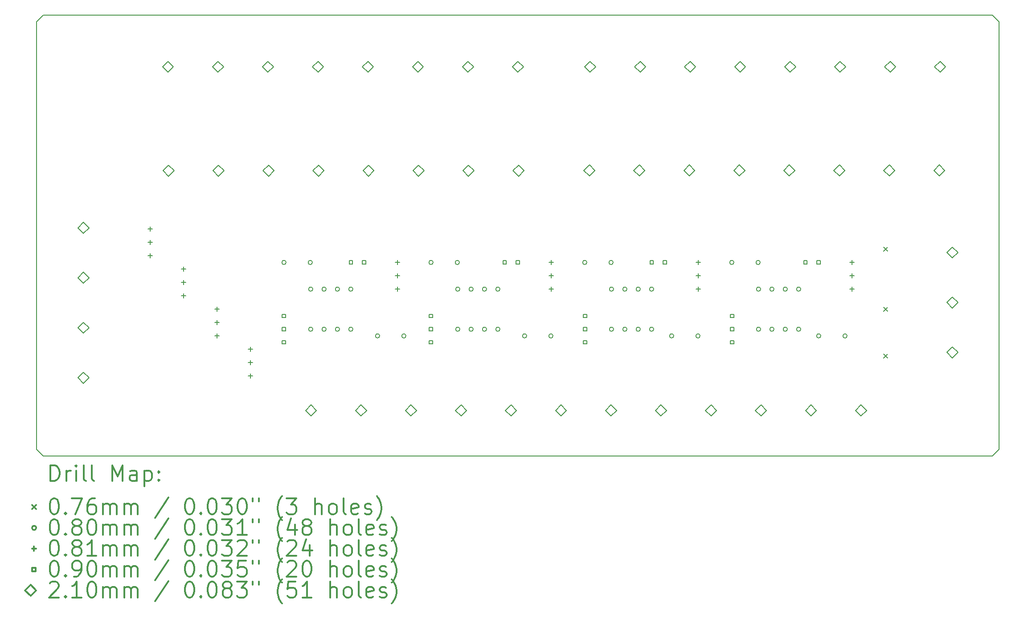
<source format=gbr>
%FSLAX45Y45*%
G04 Gerber Fmt 4.5, Leading zero omitted, Abs format (unit mm)*
G04 Created by KiCad (PCBNEW 4.0.5) date 01/24/17 09:23:29*
%MOMM*%
%LPD*%
G01*
G04 APERTURE LIST*
%ADD10C,0.127000*%
%ADD11C,0.150000*%
%ADD12C,0.200000*%
%ADD13C,0.300000*%
G04 APERTURE END LIST*
D10*
D11*
X22352000Y-3048000D02*
X22352000Y-4826000D01*
X22225000Y-2921000D02*
X22352000Y-3048000D01*
X4191000Y-2921000D02*
X22225000Y-2921000D01*
X4064000Y-3048000D02*
X4191000Y-2921000D01*
X4064000Y-11176000D02*
X4064000Y-3048000D01*
X4191000Y-11303000D02*
X4064000Y-11176000D01*
X22225000Y-11303000D02*
X4191000Y-11303000D01*
X22352000Y-11176000D02*
X22225000Y-11303000D01*
X22352000Y-4826000D02*
X22352000Y-11176000D01*
D12*
X20154900Y-7327900D02*
X20231100Y-7404100D01*
X20231100Y-7327900D02*
X20154900Y-7404100D01*
X20154900Y-8470900D02*
X20231100Y-8547100D01*
X20231100Y-8470900D02*
X20154900Y-8547100D01*
X20154900Y-9359900D02*
X20231100Y-9436100D01*
X20231100Y-9359900D02*
X20154900Y-9436100D01*
X8803000Y-7620000D02*
G75*
G03X8803000Y-7620000I-40000J0D01*
G01*
X9303000Y-7620000D02*
G75*
G03X9303000Y-7620000I-40000J0D01*
G01*
X9311000Y-8128000D02*
G75*
G03X9311000Y-8128000I-40000J0D01*
G01*
X9311000Y-8890000D02*
G75*
G03X9311000Y-8890000I-40000J0D01*
G01*
X9565000Y-8128000D02*
G75*
G03X9565000Y-8128000I-40000J0D01*
G01*
X9565000Y-8890000D02*
G75*
G03X9565000Y-8890000I-40000J0D01*
G01*
X9819000Y-8128000D02*
G75*
G03X9819000Y-8128000I-40000J0D01*
G01*
X9819000Y-8890000D02*
G75*
G03X9819000Y-8890000I-40000J0D01*
G01*
X10073000Y-8128000D02*
G75*
G03X10073000Y-8128000I-40000J0D01*
G01*
X10073000Y-8890000D02*
G75*
G03X10073000Y-8890000I-40000J0D01*
G01*
X10581000Y-9017000D02*
G75*
G03X10581000Y-9017000I-40000J0D01*
G01*
X11081000Y-9017000D02*
G75*
G03X11081000Y-9017000I-40000J0D01*
G01*
X11597000Y-7620000D02*
G75*
G03X11597000Y-7620000I-40000J0D01*
G01*
X12097000Y-7620000D02*
G75*
G03X12097000Y-7620000I-40000J0D01*
G01*
X12105000Y-8128000D02*
G75*
G03X12105000Y-8128000I-40000J0D01*
G01*
X12105000Y-8890000D02*
G75*
G03X12105000Y-8890000I-40000J0D01*
G01*
X12359000Y-8128000D02*
G75*
G03X12359000Y-8128000I-40000J0D01*
G01*
X12359000Y-8890000D02*
G75*
G03X12359000Y-8890000I-40000J0D01*
G01*
X12613000Y-8128000D02*
G75*
G03X12613000Y-8128000I-40000J0D01*
G01*
X12613000Y-8890000D02*
G75*
G03X12613000Y-8890000I-40000J0D01*
G01*
X12867000Y-8128000D02*
G75*
G03X12867000Y-8128000I-40000J0D01*
G01*
X12867000Y-8890000D02*
G75*
G03X12867000Y-8890000I-40000J0D01*
G01*
X13375000Y-9017000D02*
G75*
G03X13375000Y-9017000I-40000J0D01*
G01*
X13875000Y-9017000D02*
G75*
G03X13875000Y-9017000I-40000J0D01*
G01*
X14518000Y-7620000D02*
G75*
G03X14518000Y-7620000I-40000J0D01*
G01*
X15018000Y-7620000D02*
G75*
G03X15018000Y-7620000I-40000J0D01*
G01*
X15026000Y-8128000D02*
G75*
G03X15026000Y-8128000I-40000J0D01*
G01*
X15026000Y-8890000D02*
G75*
G03X15026000Y-8890000I-40000J0D01*
G01*
X15280000Y-8128000D02*
G75*
G03X15280000Y-8128000I-40000J0D01*
G01*
X15280000Y-8890000D02*
G75*
G03X15280000Y-8890000I-40000J0D01*
G01*
X15534000Y-8128000D02*
G75*
G03X15534000Y-8128000I-40000J0D01*
G01*
X15534000Y-8890000D02*
G75*
G03X15534000Y-8890000I-40000J0D01*
G01*
X15788000Y-8128000D02*
G75*
G03X15788000Y-8128000I-40000J0D01*
G01*
X15788000Y-8890000D02*
G75*
G03X15788000Y-8890000I-40000J0D01*
G01*
X16169000Y-9017000D02*
G75*
G03X16169000Y-9017000I-40000J0D01*
G01*
X16669000Y-9017000D02*
G75*
G03X16669000Y-9017000I-40000J0D01*
G01*
X17312000Y-7620000D02*
G75*
G03X17312000Y-7620000I-40000J0D01*
G01*
X17812000Y-7620000D02*
G75*
G03X17812000Y-7620000I-40000J0D01*
G01*
X17820000Y-8128000D02*
G75*
G03X17820000Y-8128000I-40000J0D01*
G01*
X17820000Y-8890000D02*
G75*
G03X17820000Y-8890000I-40000J0D01*
G01*
X18074000Y-8128000D02*
G75*
G03X18074000Y-8128000I-40000J0D01*
G01*
X18074000Y-8890000D02*
G75*
G03X18074000Y-8890000I-40000J0D01*
G01*
X18328000Y-8128000D02*
G75*
G03X18328000Y-8128000I-40000J0D01*
G01*
X18328000Y-8890000D02*
G75*
G03X18328000Y-8890000I-40000J0D01*
G01*
X18582000Y-8128000D02*
G75*
G03X18582000Y-8128000I-40000J0D01*
G01*
X18582000Y-8890000D02*
G75*
G03X18582000Y-8890000I-40000J0D01*
G01*
X18963000Y-9017000D02*
G75*
G03X18963000Y-9017000I-40000J0D01*
G01*
X19463000Y-9017000D02*
G75*
G03X19463000Y-9017000I-40000J0D01*
G01*
X6223000Y-6944360D02*
X6223000Y-7025640D01*
X6182360Y-6985000D02*
X6263640Y-6985000D01*
X6223000Y-7198360D02*
X6223000Y-7279640D01*
X6182360Y-7239000D02*
X6263640Y-7239000D01*
X6223000Y-7452360D02*
X6223000Y-7533640D01*
X6182360Y-7493000D02*
X6263640Y-7493000D01*
X6858000Y-7706360D02*
X6858000Y-7787640D01*
X6817360Y-7747000D02*
X6898640Y-7747000D01*
X6858000Y-7960360D02*
X6858000Y-8041640D01*
X6817360Y-8001000D02*
X6898640Y-8001000D01*
X6858000Y-8214360D02*
X6858000Y-8295640D01*
X6817360Y-8255000D02*
X6898640Y-8255000D01*
X7493000Y-8468360D02*
X7493000Y-8549640D01*
X7452360Y-8509000D02*
X7533640Y-8509000D01*
X7493000Y-8722360D02*
X7493000Y-8803640D01*
X7452360Y-8763000D02*
X7533640Y-8763000D01*
X7493000Y-8976360D02*
X7493000Y-9057640D01*
X7452360Y-9017000D02*
X7533640Y-9017000D01*
X8128000Y-9230360D02*
X8128000Y-9311640D01*
X8087360Y-9271000D02*
X8168640Y-9271000D01*
X8128000Y-9484360D02*
X8128000Y-9565640D01*
X8087360Y-9525000D02*
X8168640Y-9525000D01*
X8128000Y-9738360D02*
X8128000Y-9819640D01*
X8087360Y-9779000D02*
X8168640Y-9779000D01*
X10922000Y-7579360D02*
X10922000Y-7660640D01*
X10881360Y-7620000D02*
X10962640Y-7620000D01*
X10922000Y-7833360D02*
X10922000Y-7914640D01*
X10881360Y-7874000D02*
X10962640Y-7874000D01*
X10922000Y-8087360D02*
X10922000Y-8168640D01*
X10881360Y-8128000D02*
X10962640Y-8128000D01*
X13843000Y-7579360D02*
X13843000Y-7660640D01*
X13802360Y-7620000D02*
X13883640Y-7620000D01*
X13843000Y-7833360D02*
X13843000Y-7914640D01*
X13802360Y-7874000D02*
X13883640Y-7874000D01*
X13843000Y-8087360D02*
X13843000Y-8168640D01*
X13802360Y-8128000D02*
X13883640Y-8128000D01*
X16637000Y-7579360D02*
X16637000Y-7660640D01*
X16596360Y-7620000D02*
X16677640Y-7620000D01*
X16637000Y-7833360D02*
X16637000Y-7914640D01*
X16596360Y-7874000D02*
X16677640Y-7874000D01*
X16637000Y-8087360D02*
X16637000Y-8168640D01*
X16596360Y-8128000D02*
X16677640Y-8128000D01*
X19558000Y-7579360D02*
X19558000Y-7660640D01*
X19517360Y-7620000D02*
X19598640Y-7620000D01*
X19558000Y-7833360D02*
X19558000Y-7914640D01*
X19517360Y-7874000D02*
X19598640Y-7874000D01*
X19558000Y-8087360D02*
X19558000Y-8168640D01*
X19517360Y-8128000D02*
X19598640Y-8128000D01*
X8794820Y-8670740D02*
X8794820Y-8607100D01*
X8731180Y-8607100D01*
X8731180Y-8670740D01*
X8794820Y-8670740D01*
X8794820Y-8920740D02*
X8794820Y-8857100D01*
X8731180Y-8857100D01*
X8731180Y-8920740D01*
X8794820Y-8920740D01*
X8794820Y-9170740D02*
X8794820Y-9107100D01*
X8731180Y-9107100D01*
X8731180Y-9170740D01*
X8794820Y-9170740D01*
X10068820Y-7651820D02*
X10068820Y-7588180D01*
X10005180Y-7588180D01*
X10005180Y-7651820D01*
X10068820Y-7651820D01*
X10318820Y-7651820D02*
X10318820Y-7588180D01*
X10255180Y-7588180D01*
X10255180Y-7651820D01*
X10318820Y-7651820D01*
X11588820Y-8670740D02*
X11588820Y-8607100D01*
X11525180Y-8607100D01*
X11525180Y-8670740D01*
X11588820Y-8670740D01*
X11588820Y-8920740D02*
X11588820Y-8857100D01*
X11525180Y-8857100D01*
X11525180Y-8920740D01*
X11588820Y-8920740D01*
X11588820Y-9170740D02*
X11588820Y-9107100D01*
X11525180Y-9107100D01*
X11525180Y-9170740D01*
X11588820Y-9170740D01*
X12989820Y-7651820D02*
X12989820Y-7588180D01*
X12926180Y-7588180D01*
X12926180Y-7651820D01*
X12989820Y-7651820D01*
X13239820Y-7651820D02*
X13239820Y-7588180D01*
X13176180Y-7588180D01*
X13176180Y-7651820D01*
X13239820Y-7651820D01*
X14514900Y-8670740D02*
X14514900Y-8607100D01*
X14451260Y-8607100D01*
X14451260Y-8670740D01*
X14514900Y-8670740D01*
X14514900Y-8920740D02*
X14514900Y-8857100D01*
X14451260Y-8857100D01*
X14451260Y-8920740D01*
X14514900Y-8920740D01*
X14514900Y-9170740D02*
X14514900Y-9107100D01*
X14451260Y-9107100D01*
X14451260Y-9170740D01*
X14514900Y-9170740D01*
X15783820Y-7651820D02*
X15783820Y-7588180D01*
X15720180Y-7588180D01*
X15720180Y-7651820D01*
X15783820Y-7651820D01*
X16033820Y-7651820D02*
X16033820Y-7588180D01*
X15970180Y-7588180D01*
X15970180Y-7651820D01*
X16033820Y-7651820D01*
X17308900Y-8670740D02*
X17308900Y-8607100D01*
X17245260Y-8607100D01*
X17245260Y-8670740D01*
X17308900Y-8670740D01*
X17308900Y-8920740D02*
X17308900Y-8857100D01*
X17245260Y-8857100D01*
X17245260Y-8920740D01*
X17308900Y-8920740D01*
X17308900Y-9170740D02*
X17308900Y-9107100D01*
X17245260Y-9107100D01*
X17245260Y-9170740D01*
X17308900Y-9170740D01*
X18704820Y-7651820D02*
X18704820Y-7588180D01*
X18641180Y-7588180D01*
X18641180Y-7651820D01*
X18704820Y-7651820D01*
X18954820Y-7651820D02*
X18954820Y-7588180D01*
X18891180Y-7588180D01*
X18891180Y-7651820D01*
X18954820Y-7651820D01*
X4953000Y-7067000D02*
X5058000Y-6962000D01*
X4953000Y-6857000D01*
X4848000Y-6962000D01*
X4953000Y-7067000D01*
X4953000Y-8017000D02*
X5058000Y-7912000D01*
X4953000Y-7807000D01*
X4848000Y-7912000D01*
X4953000Y-8017000D01*
X4953000Y-8967000D02*
X5058000Y-8862000D01*
X4953000Y-8757000D01*
X4848000Y-8862000D01*
X4953000Y-8967000D01*
X4953000Y-9917000D02*
X5058000Y-9812000D01*
X4953000Y-9707000D01*
X4848000Y-9812000D01*
X4953000Y-9917000D01*
X6560680Y-4006440D02*
X6665680Y-3901440D01*
X6560680Y-3796440D01*
X6455680Y-3901440D01*
X6560680Y-4006440D01*
X6570840Y-5982560D02*
X6675840Y-5877560D01*
X6570840Y-5772560D01*
X6465840Y-5877560D01*
X6570840Y-5982560D01*
X7510680Y-4006440D02*
X7615680Y-3901440D01*
X7510680Y-3796440D01*
X7405680Y-3901440D01*
X7510680Y-4006440D01*
X7520840Y-5982560D02*
X7625840Y-5877560D01*
X7520840Y-5772560D01*
X7415840Y-5877560D01*
X7520840Y-5982560D01*
X8460680Y-4006440D02*
X8565680Y-3901440D01*
X8460680Y-3796440D01*
X8355680Y-3901440D01*
X8460680Y-4006440D01*
X8470840Y-5982560D02*
X8575840Y-5877560D01*
X8470840Y-5772560D01*
X8365840Y-5877560D01*
X8470840Y-5982560D01*
X9278000Y-10539000D02*
X9383000Y-10434000D01*
X9278000Y-10329000D01*
X9173000Y-10434000D01*
X9278000Y-10539000D01*
X9410680Y-4006440D02*
X9515680Y-3901440D01*
X9410680Y-3796440D01*
X9305680Y-3901440D01*
X9410680Y-4006440D01*
X9420840Y-5982560D02*
X9525840Y-5877560D01*
X9420840Y-5772560D01*
X9315840Y-5877560D01*
X9420840Y-5982560D01*
X10228000Y-10539000D02*
X10333000Y-10434000D01*
X10228000Y-10329000D01*
X10123000Y-10434000D01*
X10228000Y-10539000D01*
X10360680Y-4006440D02*
X10465680Y-3901440D01*
X10360680Y-3796440D01*
X10255680Y-3901440D01*
X10360680Y-4006440D01*
X10370840Y-5982560D02*
X10475840Y-5877560D01*
X10370840Y-5772560D01*
X10265840Y-5877560D01*
X10370840Y-5982560D01*
X11178000Y-10539000D02*
X11283000Y-10434000D01*
X11178000Y-10329000D01*
X11073000Y-10434000D01*
X11178000Y-10539000D01*
X11310680Y-4006440D02*
X11415680Y-3901440D01*
X11310680Y-3796440D01*
X11205680Y-3901440D01*
X11310680Y-4006440D01*
X11320840Y-5982560D02*
X11425840Y-5877560D01*
X11320840Y-5772560D01*
X11215840Y-5877560D01*
X11320840Y-5982560D01*
X12128000Y-10539000D02*
X12233000Y-10434000D01*
X12128000Y-10329000D01*
X12023000Y-10434000D01*
X12128000Y-10539000D01*
X12260680Y-4006440D02*
X12365680Y-3901440D01*
X12260680Y-3796440D01*
X12155680Y-3901440D01*
X12260680Y-4006440D01*
X12270840Y-5982560D02*
X12375840Y-5877560D01*
X12270840Y-5772560D01*
X12165840Y-5877560D01*
X12270840Y-5982560D01*
X13078000Y-10539000D02*
X13183000Y-10434000D01*
X13078000Y-10329000D01*
X12973000Y-10434000D01*
X13078000Y-10539000D01*
X13210680Y-4006440D02*
X13315680Y-3901440D01*
X13210680Y-3796440D01*
X13105680Y-3901440D01*
X13210680Y-4006440D01*
X13220840Y-5982560D02*
X13325840Y-5877560D01*
X13220840Y-5772560D01*
X13115840Y-5877560D01*
X13220840Y-5982560D01*
X14028000Y-10539000D02*
X14133000Y-10434000D01*
X14028000Y-10329000D01*
X13923000Y-10434000D01*
X14028000Y-10539000D01*
X14566760Y-5977480D02*
X14671760Y-5872480D01*
X14566760Y-5767480D01*
X14461760Y-5872480D01*
X14566760Y-5977480D01*
X14582000Y-4006440D02*
X14687000Y-3901440D01*
X14582000Y-3796440D01*
X14477000Y-3901440D01*
X14582000Y-4006440D01*
X14978000Y-10539000D02*
X15083000Y-10434000D01*
X14978000Y-10329000D01*
X14873000Y-10434000D01*
X14978000Y-10539000D01*
X15516760Y-5977480D02*
X15621760Y-5872480D01*
X15516760Y-5767480D01*
X15411760Y-5872480D01*
X15516760Y-5977480D01*
X15532000Y-4006440D02*
X15637000Y-3901440D01*
X15532000Y-3796440D01*
X15427000Y-3901440D01*
X15532000Y-4006440D01*
X15928000Y-10539000D02*
X16033000Y-10434000D01*
X15928000Y-10329000D01*
X15823000Y-10434000D01*
X15928000Y-10539000D01*
X16466760Y-5977480D02*
X16571760Y-5872480D01*
X16466760Y-5767480D01*
X16361760Y-5872480D01*
X16466760Y-5977480D01*
X16482000Y-4006440D02*
X16587000Y-3901440D01*
X16482000Y-3796440D01*
X16377000Y-3901440D01*
X16482000Y-4006440D01*
X16878000Y-10539000D02*
X16983000Y-10434000D01*
X16878000Y-10329000D01*
X16773000Y-10434000D01*
X16878000Y-10539000D01*
X17416760Y-5977480D02*
X17521760Y-5872480D01*
X17416760Y-5767480D01*
X17311760Y-5872480D01*
X17416760Y-5977480D01*
X17432000Y-4006440D02*
X17537000Y-3901440D01*
X17432000Y-3796440D01*
X17327000Y-3901440D01*
X17432000Y-4006440D01*
X17828000Y-10539000D02*
X17933000Y-10434000D01*
X17828000Y-10329000D01*
X17723000Y-10434000D01*
X17828000Y-10539000D01*
X18366760Y-5977480D02*
X18471760Y-5872480D01*
X18366760Y-5767480D01*
X18261760Y-5872480D01*
X18366760Y-5977480D01*
X18382000Y-4006440D02*
X18487000Y-3901440D01*
X18382000Y-3796440D01*
X18277000Y-3901440D01*
X18382000Y-4006440D01*
X18778000Y-10539000D02*
X18883000Y-10434000D01*
X18778000Y-10329000D01*
X18673000Y-10434000D01*
X18778000Y-10539000D01*
X19316760Y-5977480D02*
X19421760Y-5872480D01*
X19316760Y-5767480D01*
X19211760Y-5872480D01*
X19316760Y-5977480D01*
X19332000Y-4006440D02*
X19437000Y-3901440D01*
X19332000Y-3796440D01*
X19227000Y-3901440D01*
X19332000Y-4006440D01*
X19728000Y-10539000D02*
X19833000Y-10434000D01*
X19728000Y-10329000D01*
X19623000Y-10434000D01*
X19728000Y-10539000D01*
X20266760Y-5977480D02*
X20371760Y-5872480D01*
X20266760Y-5767480D01*
X20161760Y-5872480D01*
X20266760Y-5977480D01*
X20282000Y-4006440D02*
X20387000Y-3901440D01*
X20282000Y-3796440D01*
X20177000Y-3901440D01*
X20282000Y-4006440D01*
X21216760Y-5977480D02*
X21321760Y-5872480D01*
X21216760Y-5767480D01*
X21111760Y-5872480D01*
X21216760Y-5977480D01*
X21232000Y-4006440D02*
X21337000Y-3901440D01*
X21232000Y-3796440D01*
X21127000Y-3901440D01*
X21232000Y-4006440D01*
X21463000Y-7537000D02*
X21568000Y-7432000D01*
X21463000Y-7327000D01*
X21358000Y-7432000D01*
X21463000Y-7537000D01*
X21463000Y-8487000D02*
X21568000Y-8382000D01*
X21463000Y-8277000D01*
X21358000Y-8382000D01*
X21463000Y-8487000D01*
X21463000Y-9437000D02*
X21568000Y-9332000D01*
X21463000Y-9227000D01*
X21358000Y-9332000D01*
X21463000Y-9437000D01*
D13*
X4327929Y-11776214D02*
X4327929Y-11476214D01*
X4399357Y-11476214D01*
X4442214Y-11490500D01*
X4470786Y-11519071D01*
X4485071Y-11547643D01*
X4499357Y-11604786D01*
X4499357Y-11647643D01*
X4485071Y-11704786D01*
X4470786Y-11733357D01*
X4442214Y-11761929D01*
X4399357Y-11776214D01*
X4327929Y-11776214D01*
X4627929Y-11776214D02*
X4627929Y-11576214D01*
X4627929Y-11633357D02*
X4642214Y-11604786D01*
X4656500Y-11590500D01*
X4685071Y-11576214D01*
X4713643Y-11576214D01*
X4813643Y-11776214D02*
X4813643Y-11576214D01*
X4813643Y-11476214D02*
X4799357Y-11490500D01*
X4813643Y-11504786D01*
X4827929Y-11490500D01*
X4813643Y-11476214D01*
X4813643Y-11504786D01*
X4999357Y-11776214D02*
X4970786Y-11761929D01*
X4956500Y-11733357D01*
X4956500Y-11476214D01*
X5156500Y-11776214D02*
X5127929Y-11761929D01*
X5113643Y-11733357D01*
X5113643Y-11476214D01*
X5499357Y-11776214D02*
X5499357Y-11476214D01*
X5599357Y-11690500D01*
X5699357Y-11476214D01*
X5699357Y-11776214D01*
X5970786Y-11776214D02*
X5970786Y-11619071D01*
X5956500Y-11590500D01*
X5927928Y-11576214D01*
X5870786Y-11576214D01*
X5842214Y-11590500D01*
X5970786Y-11761929D02*
X5942214Y-11776214D01*
X5870786Y-11776214D01*
X5842214Y-11761929D01*
X5827928Y-11733357D01*
X5827928Y-11704786D01*
X5842214Y-11676214D01*
X5870786Y-11661929D01*
X5942214Y-11661929D01*
X5970786Y-11647643D01*
X6113643Y-11576214D02*
X6113643Y-11876214D01*
X6113643Y-11590500D02*
X6142214Y-11576214D01*
X6199357Y-11576214D01*
X6227928Y-11590500D01*
X6242214Y-11604786D01*
X6256500Y-11633357D01*
X6256500Y-11719071D01*
X6242214Y-11747643D01*
X6227928Y-11761929D01*
X6199357Y-11776214D01*
X6142214Y-11776214D01*
X6113643Y-11761929D01*
X6385071Y-11747643D02*
X6399357Y-11761929D01*
X6385071Y-11776214D01*
X6370786Y-11761929D01*
X6385071Y-11747643D01*
X6385071Y-11776214D01*
X6385071Y-11590500D02*
X6399357Y-11604786D01*
X6385071Y-11619071D01*
X6370786Y-11604786D01*
X6385071Y-11590500D01*
X6385071Y-11619071D01*
X3980300Y-12232400D02*
X4056500Y-12308600D01*
X4056500Y-12232400D02*
X3980300Y-12308600D01*
X4385071Y-12106214D02*
X4413643Y-12106214D01*
X4442214Y-12120500D01*
X4456500Y-12134786D01*
X4470786Y-12163357D01*
X4485071Y-12220500D01*
X4485071Y-12291929D01*
X4470786Y-12349071D01*
X4456500Y-12377643D01*
X4442214Y-12391929D01*
X4413643Y-12406214D01*
X4385071Y-12406214D01*
X4356500Y-12391929D01*
X4342214Y-12377643D01*
X4327929Y-12349071D01*
X4313643Y-12291929D01*
X4313643Y-12220500D01*
X4327929Y-12163357D01*
X4342214Y-12134786D01*
X4356500Y-12120500D01*
X4385071Y-12106214D01*
X4613643Y-12377643D02*
X4627929Y-12391929D01*
X4613643Y-12406214D01*
X4599357Y-12391929D01*
X4613643Y-12377643D01*
X4613643Y-12406214D01*
X4727928Y-12106214D02*
X4927928Y-12106214D01*
X4799357Y-12406214D01*
X5170786Y-12106214D02*
X5113643Y-12106214D01*
X5085071Y-12120500D01*
X5070786Y-12134786D01*
X5042214Y-12177643D01*
X5027929Y-12234786D01*
X5027929Y-12349071D01*
X5042214Y-12377643D01*
X5056500Y-12391929D01*
X5085071Y-12406214D01*
X5142214Y-12406214D01*
X5170786Y-12391929D01*
X5185071Y-12377643D01*
X5199357Y-12349071D01*
X5199357Y-12277643D01*
X5185071Y-12249071D01*
X5170786Y-12234786D01*
X5142214Y-12220500D01*
X5085071Y-12220500D01*
X5056500Y-12234786D01*
X5042214Y-12249071D01*
X5027929Y-12277643D01*
X5327929Y-12406214D02*
X5327929Y-12206214D01*
X5327929Y-12234786D02*
X5342214Y-12220500D01*
X5370786Y-12206214D01*
X5413643Y-12206214D01*
X5442214Y-12220500D01*
X5456500Y-12249071D01*
X5456500Y-12406214D01*
X5456500Y-12249071D02*
X5470786Y-12220500D01*
X5499357Y-12206214D01*
X5542214Y-12206214D01*
X5570786Y-12220500D01*
X5585071Y-12249071D01*
X5585071Y-12406214D01*
X5727928Y-12406214D02*
X5727928Y-12206214D01*
X5727928Y-12234786D02*
X5742214Y-12220500D01*
X5770786Y-12206214D01*
X5813643Y-12206214D01*
X5842214Y-12220500D01*
X5856500Y-12249071D01*
X5856500Y-12406214D01*
X5856500Y-12249071D02*
X5870786Y-12220500D01*
X5899357Y-12206214D01*
X5942214Y-12206214D01*
X5970786Y-12220500D01*
X5985071Y-12249071D01*
X5985071Y-12406214D01*
X6570786Y-12091929D02*
X6313643Y-12477643D01*
X6956500Y-12106214D02*
X6985071Y-12106214D01*
X7013643Y-12120500D01*
X7027928Y-12134786D01*
X7042214Y-12163357D01*
X7056500Y-12220500D01*
X7056500Y-12291929D01*
X7042214Y-12349071D01*
X7027928Y-12377643D01*
X7013643Y-12391929D01*
X6985071Y-12406214D01*
X6956500Y-12406214D01*
X6927928Y-12391929D01*
X6913643Y-12377643D01*
X6899357Y-12349071D01*
X6885071Y-12291929D01*
X6885071Y-12220500D01*
X6899357Y-12163357D01*
X6913643Y-12134786D01*
X6927928Y-12120500D01*
X6956500Y-12106214D01*
X7185071Y-12377643D02*
X7199357Y-12391929D01*
X7185071Y-12406214D01*
X7170786Y-12391929D01*
X7185071Y-12377643D01*
X7185071Y-12406214D01*
X7385071Y-12106214D02*
X7413643Y-12106214D01*
X7442214Y-12120500D01*
X7456500Y-12134786D01*
X7470785Y-12163357D01*
X7485071Y-12220500D01*
X7485071Y-12291929D01*
X7470785Y-12349071D01*
X7456500Y-12377643D01*
X7442214Y-12391929D01*
X7413643Y-12406214D01*
X7385071Y-12406214D01*
X7356500Y-12391929D01*
X7342214Y-12377643D01*
X7327928Y-12349071D01*
X7313643Y-12291929D01*
X7313643Y-12220500D01*
X7327928Y-12163357D01*
X7342214Y-12134786D01*
X7356500Y-12120500D01*
X7385071Y-12106214D01*
X7585071Y-12106214D02*
X7770785Y-12106214D01*
X7670785Y-12220500D01*
X7713643Y-12220500D01*
X7742214Y-12234786D01*
X7756500Y-12249071D01*
X7770785Y-12277643D01*
X7770785Y-12349071D01*
X7756500Y-12377643D01*
X7742214Y-12391929D01*
X7713643Y-12406214D01*
X7627928Y-12406214D01*
X7599357Y-12391929D01*
X7585071Y-12377643D01*
X7956500Y-12106214D02*
X7985071Y-12106214D01*
X8013643Y-12120500D01*
X8027928Y-12134786D01*
X8042214Y-12163357D01*
X8056500Y-12220500D01*
X8056500Y-12291929D01*
X8042214Y-12349071D01*
X8027928Y-12377643D01*
X8013643Y-12391929D01*
X7985071Y-12406214D01*
X7956500Y-12406214D01*
X7927928Y-12391929D01*
X7913643Y-12377643D01*
X7899357Y-12349071D01*
X7885071Y-12291929D01*
X7885071Y-12220500D01*
X7899357Y-12163357D01*
X7913643Y-12134786D01*
X7927928Y-12120500D01*
X7956500Y-12106214D01*
X8170786Y-12106214D02*
X8170786Y-12163357D01*
X8285071Y-12106214D02*
X8285071Y-12163357D01*
X8727928Y-12520500D02*
X8713643Y-12506214D01*
X8685071Y-12463357D01*
X8670786Y-12434786D01*
X8656500Y-12391929D01*
X8642214Y-12320500D01*
X8642214Y-12263357D01*
X8656500Y-12191929D01*
X8670786Y-12149071D01*
X8685071Y-12120500D01*
X8713643Y-12077643D01*
X8727928Y-12063357D01*
X8813643Y-12106214D02*
X8999357Y-12106214D01*
X8899357Y-12220500D01*
X8942214Y-12220500D01*
X8970786Y-12234786D01*
X8985071Y-12249071D01*
X8999357Y-12277643D01*
X8999357Y-12349071D01*
X8985071Y-12377643D01*
X8970786Y-12391929D01*
X8942214Y-12406214D01*
X8856500Y-12406214D01*
X8827928Y-12391929D01*
X8813643Y-12377643D01*
X9356500Y-12406214D02*
X9356500Y-12106214D01*
X9485071Y-12406214D02*
X9485071Y-12249071D01*
X9470786Y-12220500D01*
X9442214Y-12206214D01*
X9399357Y-12206214D01*
X9370786Y-12220500D01*
X9356500Y-12234786D01*
X9670786Y-12406214D02*
X9642214Y-12391929D01*
X9627928Y-12377643D01*
X9613643Y-12349071D01*
X9613643Y-12263357D01*
X9627928Y-12234786D01*
X9642214Y-12220500D01*
X9670786Y-12206214D01*
X9713643Y-12206214D01*
X9742214Y-12220500D01*
X9756500Y-12234786D01*
X9770786Y-12263357D01*
X9770786Y-12349071D01*
X9756500Y-12377643D01*
X9742214Y-12391929D01*
X9713643Y-12406214D01*
X9670786Y-12406214D01*
X9942214Y-12406214D02*
X9913643Y-12391929D01*
X9899357Y-12363357D01*
X9899357Y-12106214D01*
X10170786Y-12391929D02*
X10142214Y-12406214D01*
X10085071Y-12406214D01*
X10056500Y-12391929D01*
X10042214Y-12363357D01*
X10042214Y-12249071D01*
X10056500Y-12220500D01*
X10085071Y-12206214D01*
X10142214Y-12206214D01*
X10170786Y-12220500D01*
X10185071Y-12249071D01*
X10185071Y-12277643D01*
X10042214Y-12306214D01*
X10299357Y-12391929D02*
X10327929Y-12406214D01*
X10385071Y-12406214D01*
X10413643Y-12391929D01*
X10427929Y-12363357D01*
X10427929Y-12349071D01*
X10413643Y-12320500D01*
X10385071Y-12306214D01*
X10342214Y-12306214D01*
X10313643Y-12291929D01*
X10299357Y-12263357D01*
X10299357Y-12249071D01*
X10313643Y-12220500D01*
X10342214Y-12206214D01*
X10385071Y-12206214D01*
X10413643Y-12220500D01*
X10527928Y-12520500D02*
X10542214Y-12506214D01*
X10570786Y-12463357D01*
X10585071Y-12434786D01*
X10599357Y-12391929D01*
X10613643Y-12320500D01*
X10613643Y-12263357D01*
X10599357Y-12191929D01*
X10585071Y-12149071D01*
X10570786Y-12120500D01*
X10542214Y-12077643D01*
X10527928Y-12063357D01*
X4056500Y-12666500D02*
G75*
G03X4056500Y-12666500I-40000J0D01*
G01*
X4385071Y-12502214D02*
X4413643Y-12502214D01*
X4442214Y-12516500D01*
X4456500Y-12530786D01*
X4470786Y-12559357D01*
X4485071Y-12616500D01*
X4485071Y-12687929D01*
X4470786Y-12745071D01*
X4456500Y-12773643D01*
X4442214Y-12787929D01*
X4413643Y-12802214D01*
X4385071Y-12802214D01*
X4356500Y-12787929D01*
X4342214Y-12773643D01*
X4327929Y-12745071D01*
X4313643Y-12687929D01*
X4313643Y-12616500D01*
X4327929Y-12559357D01*
X4342214Y-12530786D01*
X4356500Y-12516500D01*
X4385071Y-12502214D01*
X4613643Y-12773643D02*
X4627929Y-12787929D01*
X4613643Y-12802214D01*
X4599357Y-12787929D01*
X4613643Y-12773643D01*
X4613643Y-12802214D01*
X4799357Y-12630786D02*
X4770786Y-12616500D01*
X4756500Y-12602214D01*
X4742214Y-12573643D01*
X4742214Y-12559357D01*
X4756500Y-12530786D01*
X4770786Y-12516500D01*
X4799357Y-12502214D01*
X4856500Y-12502214D01*
X4885071Y-12516500D01*
X4899357Y-12530786D01*
X4913643Y-12559357D01*
X4913643Y-12573643D01*
X4899357Y-12602214D01*
X4885071Y-12616500D01*
X4856500Y-12630786D01*
X4799357Y-12630786D01*
X4770786Y-12645071D01*
X4756500Y-12659357D01*
X4742214Y-12687929D01*
X4742214Y-12745071D01*
X4756500Y-12773643D01*
X4770786Y-12787929D01*
X4799357Y-12802214D01*
X4856500Y-12802214D01*
X4885071Y-12787929D01*
X4899357Y-12773643D01*
X4913643Y-12745071D01*
X4913643Y-12687929D01*
X4899357Y-12659357D01*
X4885071Y-12645071D01*
X4856500Y-12630786D01*
X5099357Y-12502214D02*
X5127929Y-12502214D01*
X5156500Y-12516500D01*
X5170786Y-12530786D01*
X5185071Y-12559357D01*
X5199357Y-12616500D01*
X5199357Y-12687929D01*
X5185071Y-12745071D01*
X5170786Y-12773643D01*
X5156500Y-12787929D01*
X5127929Y-12802214D01*
X5099357Y-12802214D01*
X5070786Y-12787929D01*
X5056500Y-12773643D01*
X5042214Y-12745071D01*
X5027929Y-12687929D01*
X5027929Y-12616500D01*
X5042214Y-12559357D01*
X5056500Y-12530786D01*
X5070786Y-12516500D01*
X5099357Y-12502214D01*
X5327929Y-12802214D02*
X5327929Y-12602214D01*
X5327929Y-12630786D02*
X5342214Y-12616500D01*
X5370786Y-12602214D01*
X5413643Y-12602214D01*
X5442214Y-12616500D01*
X5456500Y-12645071D01*
X5456500Y-12802214D01*
X5456500Y-12645071D02*
X5470786Y-12616500D01*
X5499357Y-12602214D01*
X5542214Y-12602214D01*
X5570786Y-12616500D01*
X5585071Y-12645071D01*
X5585071Y-12802214D01*
X5727928Y-12802214D02*
X5727928Y-12602214D01*
X5727928Y-12630786D02*
X5742214Y-12616500D01*
X5770786Y-12602214D01*
X5813643Y-12602214D01*
X5842214Y-12616500D01*
X5856500Y-12645071D01*
X5856500Y-12802214D01*
X5856500Y-12645071D02*
X5870786Y-12616500D01*
X5899357Y-12602214D01*
X5942214Y-12602214D01*
X5970786Y-12616500D01*
X5985071Y-12645071D01*
X5985071Y-12802214D01*
X6570786Y-12487929D02*
X6313643Y-12873643D01*
X6956500Y-12502214D02*
X6985071Y-12502214D01*
X7013643Y-12516500D01*
X7027928Y-12530786D01*
X7042214Y-12559357D01*
X7056500Y-12616500D01*
X7056500Y-12687929D01*
X7042214Y-12745071D01*
X7027928Y-12773643D01*
X7013643Y-12787929D01*
X6985071Y-12802214D01*
X6956500Y-12802214D01*
X6927928Y-12787929D01*
X6913643Y-12773643D01*
X6899357Y-12745071D01*
X6885071Y-12687929D01*
X6885071Y-12616500D01*
X6899357Y-12559357D01*
X6913643Y-12530786D01*
X6927928Y-12516500D01*
X6956500Y-12502214D01*
X7185071Y-12773643D02*
X7199357Y-12787929D01*
X7185071Y-12802214D01*
X7170786Y-12787929D01*
X7185071Y-12773643D01*
X7185071Y-12802214D01*
X7385071Y-12502214D02*
X7413643Y-12502214D01*
X7442214Y-12516500D01*
X7456500Y-12530786D01*
X7470785Y-12559357D01*
X7485071Y-12616500D01*
X7485071Y-12687929D01*
X7470785Y-12745071D01*
X7456500Y-12773643D01*
X7442214Y-12787929D01*
X7413643Y-12802214D01*
X7385071Y-12802214D01*
X7356500Y-12787929D01*
X7342214Y-12773643D01*
X7327928Y-12745071D01*
X7313643Y-12687929D01*
X7313643Y-12616500D01*
X7327928Y-12559357D01*
X7342214Y-12530786D01*
X7356500Y-12516500D01*
X7385071Y-12502214D01*
X7585071Y-12502214D02*
X7770785Y-12502214D01*
X7670785Y-12616500D01*
X7713643Y-12616500D01*
X7742214Y-12630786D01*
X7756500Y-12645071D01*
X7770785Y-12673643D01*
X7770785Y-12745071D01*
X7756500Y-12773643D01*
X7742214Y-12787929D01*
X7713643Y-12802214D01*
X7627928Y-12802214D01*
X7599357Y-12787929D01*
X7585071Y-12773643D01*
X8056500Y-12802214D02*
X7885071Y-12802214D01*
X7970785Y-12802214D02*
X7970785Y-12502214D01*
X7942214Y-12545071D01*
X7913643Y-12573643D01*
X7885071Y-12587929D01*
X8170786Y-12502214D02*
X8170786Y-12559357D01*
X8285071Y-12502214D02*
X8285071Y-12559357D01*
X8727928Y-12916500D02*
X8713643Y-12902214D01*
X8685071Y-12859357D01*
X8670786Y-12830786D01*
X8656500Y-12787929D01*
X8642214Y-12716500D01*
X8642214Y-12659357D01*
X8656500Y-12587929D01*
X8670786Y-12545071D01*
X8685071Y-12516500D01*
X8713643Y-12473643D01*
X8727928Y-12459357D01*
X8970786Y-12602214D02*
X8970786Y-12802214D01*
X8899357Y-12487929D02*
X8827928Y-12702214D01*
X9013643Y-12702214D01*
X9170786Y-12630786D02*
X9142214Y-12616500D01*
X9127928Y-12602214D01*
X9113643Y-12573643D01*
X9113643Y-12559357D01*
X9127928Y-12530786D01*
X9142214Y-12516500D01*
X9170786Y-12502214D01*
X9227928Y-12502214D01*
X9256500Y-12516500D01*
X9270786Y-12530786D01*
X9285071Y-12559357D01*
X9285071Y-12573643D01*
X9270786Y-12602214D01*
X9256500Y-12616500D01*
X9227928Y-12630786D01*
X9170786Y-12630786D01*
X9142214Y-12645071D01*
X9127928Y-12659357D01*
X9113643Y-12687929D01*
X9113643Y-12745071D01*
X9127928Y-12773643D01*
X9142214Y-12787929D01*
X9170786Y-12802214D01*
X9227928Y-12802214D01*
X9256500Y-12787929D01*
X9270786Y-12773643D01*
X9285071Y-12745071D01*
X9285071Y-12687929D01*
X9270786Y-12659357D01*
X9256500Y-12645071D01*
X9227928Y-12630786D01*
X9642214Y-12802214D02*
X9642214Y-12502214D01*
X9770786Y-12802214D02*
X9770786Y-12645071D01*
X9756500Y-12616500D01*
X9727928Y-12602214D01*
X9685071Y-12602214D01*
X9656500Y-12616500D01*
X9642214Y-12630786D01*
X9956500Y-12802214D02*
X9927928Y-12787929D01*
X9913643Y-12773643D01*
X9899357Y-12745071D01*
X9899357Y-12659357D01*
X9913643Y-12630786D01*
X9927928Y-12616500D01*
X9956500Y-12602214D01*
X9999357Y-12602214D01*
X10027928Y-12616500D01*
X10042214Y-12630786D01*
X10056500Y-12659357D01*
X10056500Y-12745071D01*
X10042214Y-12773643D01*
X10027928Y-12787929D01*
X9999357Y-12802214D01*
X9956500Y-12802214D01*
X10227928Y-12802214D02*
X10199357Y-12787929D01*
X10185071Y-12759357D01*
X10185071Y-12502214D01*
X10456500Y-12787929D02*
X10427929Y-12802214D01*
X10370786Y-12802214D01*
X10342214Y-12787929D01*
X10327929Y-12759357D01*
X10327929Y-12645071D01*
X10342214Y-12616500D01*
X10370786Y-12602214D01*
X10427929Y-12602214D01*
X10456500Y-12616500D01*
X10470786Y-12645071D01*
X10470786Y-12673643D01*
X10327929Y-12702214D01*
X10585071Y-12787929D02*
X10613643Y-12802214D01*
X10670786Y-12802214D01*
X10699357Y-12787929D01*
X10713643Y-12759357D01*
X10713643Y-12745071D01*
X10699357Y-12716500D01*
X10670786Y-12702214D01*
X10627929Y-12702214D01*
X10599357Y-12687929D01*
X10585071Y-12659357D01*
X10585071Y-12645071D01*
X10599357Y-12616500D01*
X10627929Y-12602214D01*
X10670786Y-12602214D01*
X10699357Y-12616500D01*
X10813643Y-12916500D02*
X10827929Y-12902214D01*
X10856500Y-12859357D01*
X10870786Y-12830786D01*
X10885071Y-12787929D01*
X10899357Y-12716500D01*
X10899357Y-12659357D01*
X10885071Y-12587929D01*
X10870786Y-12545071D01*
X10856500Y-12516500D01*
X10827929Y-12473643D01*
X10813643Y-12459357D01*
X4015860Y-13021860D02*
X4015860Y-13103140D01*
X3975220Y-13062500D02*
X4056500Y-13062500D01*
X4385071Y-12898214D02*
X4413643Y-12898214D01*
X4442214Y-12912500D01*
X4456500Y-12926786D01*
X4470786Y-12955357D01*
X4485071Y-13012500D01*
X4485071Y-13083929D01*
X4470786Y-13141071D01*
X4456500Y-13169643D01*
X4442214Y-13183929D01*
X4413643Y-13198214D01*
X4385071Y-13198214D01*
X4356500Y-13183929D01*
X4342214Y-13169643D01*
X4327929Y-13141071D01*
X4313643Y-13083929D01*
X4313643Y-13012500D01*
X4327929Y-12955357D01*
X4342214Y-12926786D01*
X4356500Y-12912500D01*
X4385071Y-12898214D01*
X4613643Y-13169643D02*
X4627929Y-13183929D01*
X4613643Y-13198214D01*
X4599357Y-13183929D01*
X4613643Y-13169643D01*
X4613643Y-13198214D01*
X4799357Y-13026786D02*
X4770786Y-13012500D01*
X4756500Y-12998214D01*
X4742214Y-12969643D01*
X4742214Y-12955357D01*
X4756500Y-12926786D01*
X4770786Y-12912500D01*
X4799357Y-12898214D01*
X4856500Y-12898214D01*
X4885071Y-12912500D01*
X4899357Y-12926786D01*
X4913643Y-12955357D01*
X4913643Y-12969643D01*
X4899357Y-12998214D01*
X4885071Y-13012500D01*
X4856500Y-13026786D01*
X4799357Y-13026786D01*
X4770786Y-13041071D01*
X4756500Y-13055357D01*
X4742214Y-13083929D01*
X4742214Y-13141071D01*
X4756500Y-13169643D01*
X4770786Y-13183929D01*
X4799357Y-13198214D01*
X4856500Y-13198214D01*
X4885071Y-13183929D01*
X4899357Y-13169643D01*
X4913643Y-13141071D01*
X4913643Y-13083929D01*
X4899357Y-13055357D01*
X4885071Y-13041071D01*
X4856500Y-13026786D01*
X5199357Y-13198214D02*
X5027929Y-13198214D01*
X5113643Y-13198214D02*
X5113643Y-12898214D01*
X5085071Y-12941071D01*
X5056500Y-12969643D01*
X5027929Y-12983929D01*
X5327929Y-13198214D02*
X5327929Y-12998214D01*
X5327929Y-13026786D02*
X5342214Y-13012500D01*
X5370786Y-12998214D01*
X5413643Y-12998214D01*
X5442214Y-13012500D01*
X5456500Y-13041071D01*
X5456500Y-13198214D01*
X5456500Y-13041071D02*
X5470786Y-13012500D01*
X5499357Y-12998214D01*
X5542214Y-12998214D01*
X5570786Y-13012500D01*
X5585071Y-13041071D01*
X5585071Y-13198214D01*
X5727928Y-13198214D02*
X5727928Y-12998214D01*
X5727928Y-13026786D02*
X5742214Y-13012500D01*
X5770786Y-12998214D01*
X5813643Y-12998214D01*
X5842214Y-13012500D01*
X5856500Y-13041071D01*
X5856500Y-13198214D01*
X5856500Y-13041071D02*
X5870786Y-13012500D01*
X5899357Y-12998214D01*
X5942214Y-12998214D01*
X5970786Y-13012500D01*
X5985071Y-13041071D01*
X5985071Y-13198214D01*
X6570786Y-12883929D02*
X6313643Y-13269643D01*
X6956500Y-12898214D02*
X6985071Y-12898214D01*
X7013643Y-12912500D01*
X7027928Y-12926786D01*
X7042214Y-12955357D01*
X7056500Y-13012500D01*
X7056500Y-13083929D01*
X7042214Y-13141071D01*
X7027928Y-13169643D01*
X7013643Y-13183929D01*
X6985071Y-13198214D01*
X6956500Y-13198214D01*
X6927928Y-13183929D01*
X6913643Y-13169643D01*
X6899357Y-13141071D01*
X6885071Y-13083929D01*
X6885071Y-13012500D01*
X6899357Y-12955357D01*
X6913643Y-12926786D01*
X6927928Y-12912500D01*
X6956500Y-12898214D01*
X7185071Y-13169643D02*
X7199357Y-13183929D01*
X7185071Y-13198214D01*
X7170786Y-13183929D01*
X7185071Y-13169643D01*
X7185071Y-13198214D01*
X7385071Y-12898214D02*
X7413643Y-12898214D01*
X7442214Y-12912500D01*
X7456500Y-12926786D01*
X7470785Y-12955357D01*
X7485071Y-13012500D01*
X7485071Y-13083929D01*
X7470785Y-13141071D01*
X7456500Y-13169643D01*
X7442214Y-13183929D01*
X7413643Y-13198214D01*
X7385071Y-13198214D01*
X7356500Y-13183929D01*
X7342214Y-13169643D01*
X7327928Y-13141071D01*
X7313643Y-13083929D01*
X7313643Y-13012500D01*
X7327928Y-12955357D01*
X7342214Y-12926786D01*
X7356500Y-12912500D01*
X7385071Y-12898214D01*
X7585071Y-12898214D02*
X7770785Y-12898214D01*
X7670785Y-13012500D01*
X7713643Y-13012500D01*
X7742214Y-13026786D01*
X7756500Y-13041071D01*
X7770785Y-13069643D01*
X7770785Y-13141071D01*
X7756500Y-13169643D01*
X7742214Y-13183929D01*
X7713643Y-13198214D01*
X7627928Y-13198214D01*
X7599357Y-13183929D01*
X7585071Y-13169643D01*
X7885071Y-12926786D02*
X7899357Y-12912500D01*
X7927928Y-12898214D01*
X7999357Y-12898214D01*
X8027928Y-12912500D01*
X8042214Y-12926786D01*
X8056500Y-12955357D01*
X8056500Y-12983929D01*
X8042214Y-13026786D01*
X7870785Y-13198214D01*
X8056500Y-13198214D01*
X8170786Y-12898214D02*
X8170786Y-12955357D01*
X8285071Y-12898214D02*
X8285071Y-12955357D01*
X8727928Y-13312500D02*
X8713643Y-13298214D01*
X8685071Y-13255357D01*
X8670786Y-13226786D01*
X8656500Y-13183929D01*
X8642214Y-13112500D01*
X8642214Y-13055357D01*
X8656500Y-12983929D01*
X8670786Y-12941071D01*
X8685071Y-12912500D01*
X8713643Y-12869643D01*
X8727928Y-12855357D01*
X8827928Y-12926786D02*
X8842214Y-12912500D01*
X8870786Y-12898214D01*
X8942214Y-12898214D01*
X8970786Y-12912500D01*
X8985071Y-12926786D01*
X8999357Y-12955357D01*
X8999357Y-12983929D01*
X8985071Y-13026786D01*
X8813643Y-13198214D01*
X8999357Y-13198214D01*
X9256500Y-12998214D02*
X9256500Y-13198214D01*
X9185071Y-12883929D02*
X9113643Y-13098214D01*
X9299357Y-13098214D01*
X9642214Y-13198214D02*
X9642214Y-12898214D01*
X9770786Y-13198214D02*
X9770786Y-13041071D01*
X9756500Y-13012500D01*
X9727928Y-12998214D01*
X9685071Y-12998214D01*
X9656500Y-13012500D01*
X9642214Y-13026786D01*
X9956500Y-13198214D02*
X9927928Y-13183929D01*
X9913643Y-13169643D01*
X9899357Y-13141071D01*
X9899357Y-13055357D01*
X9913643Y-13026786D01*
X9927928Y-13012500D01*
X9956500Y-12998214D01*
X9999357Y-12998214D01*
X10027928Y-13012500D01*
X10042214Y-13026786D01*
X10056500Y-13055357D01*
X10056500Y-13141071D01*
X10042214Y-13169643D01*
X10027928Y-13183929D01*
X9999357Y-13198214D01*
X9956500Y-13198214D01*
X10227928Y-13198214D02*
X10199357Y-13183929D01*
X10185071Y-13155357D01*
X10185071Y-12898214D01*
X10456500Y-13183929D02*
X10427929Y-13198214D01*
X10370786Y-13198214D01*
X10342214Y-13183929D01*
X10327929Y-13155357D01*
X10327929Y-13041071D01*
X10342214Y-13012500D01*
X10370786Y-12998214D01*
X10427929Y-12998214D01*
X10456500Y-13012500D01*
X10470786Y-13041071D01*
X10470786Y-13069643D01*
X10327929Y-13098214D01*
X10585071Y-13183929D02*
X10613643Y-13198214D01*
X10670786Y-13198214D01*
X10699357Y-13183929D01*
X10713643Y-13155357D01*
X10713643Y-13141071D01*
X10699357Y-13112500D01*
X10670786Y-13098214D01*
X10627929Y-13098214D01*
X10599357Y-13083929D01*
X10585071Y-13055357D01*
X10585071Y-13041071D01*
X10599357Y-13012500D01*
X10627929Y-12998214D01*
X10670786Y-12998214D01*
X10699357Y-13012500D01*
X10813643Y-13312500D02*
X10827929Y-13298214D01*
X10856500Y-13255357D01*
X10870786Y-13226786D01*
X10885071Y-13183929D01*
X10899357Y-13112500D01*
X10899357Y-13055357D01*
X10885071Y-12983929D01*
X10870786Y-12941071D01*
X10856500Y-12912500D01*
X10827929Y-12869643D01*
X10813643Y-12855357D01*
X4043320Y-13490320D02*
X4043320Y-13426680D01*
X3979680Y-13426680D01*
X3979680Y-13490320D01*
X4043320Y-13490320D01*
X4385071Y-13294214D02*
X4413643Y-13294214D01*
X4442214Y-13308500D01*
X4456500Y-13322786D01*
X4470786Y-13351357D01*
X4485071Y-13408500D01*
X4485071Y-13479929D01*
X4470786Y-13537071D01*
X4456500Y-13565643D01*
X4442214Y-13579929D01*
X4413643Y-13594214D01*
X4385071Y-13594214D01*
X4356500Y-13579929D01*
X4342214Y-13565643D01*
X4327929Y-13537071D01*
X4313643Y-13479929D01*
X4313643Y-13408500D01*
X4327929Y-13351357D01*
X4342214Y-13322786D01*
X4356500Y-13308500D01*
X4385071Y-13294214D01*
X4613643Y-13565643D02*
X4627929Y-13579929D01*
X4613643Y-13594214D01*
X4599357Y-13579929D01*
X4613643Y-13565643D01*
X4613643Y-13594214D01*
X4770786Y-13594214D02*
X4827928Y-13594214D01*
X4856500Y-13579929D01*
X4870786Y-13565643D01*
X4899357Y-13522786D01*
X4913643Y-13465643D01*
X4913643Y-13351357D01*
X4899357Y-13322786D01*
X4885071Y-13308500D01*
X4856500Y-13294214D01*
X4799357Y-13294214D01*
X4770786Y-13308500D01*
X4756500Y-13322786D01*
X4742214Y-13351357D01*
X4742214Y-13422786D01*
X4756500Y-13451357D01*
X4770786Y-13465643D01*
X4799357Y-13479929D01*
X4856500Y-13479929D01*
X4885071Y-13465643D01*
X4899357Y-13451357D01*
X4913643Y-13422786D01*
X5099357Y-13294214D02*
X5127929Y-13294214D01*
X5156500Y-13308500D01*
X5170786Y-13322786D01*
X5185071Y-13351357D01*
X5199357Y-13408500D01*
X5199357Y-13479929D01*
X5185071Y-13537071D01*
X5170786Y-13565643D01*
X5156500Y-13579929D01*
X5127929Y-13594214D01*
X5099357Y-13594214D01*
X5070786Y-13579929D01*
X5056500Y-13565643D01*
X5042214Y-13537071D01*
X5027929Y-13479929D01*
X5027929Y-13408500D01*
X5042214Y-13351357D01*
X5056500Y-13322786D01*
X5070786Y-13308500D01*
X5099357Y-13294214D01*
X5327929Y-13594214D02*
X5327929Y-13394214D01*
X5327929Y-13422786D02*
X5342214Y-13408500D01*
X5370786Y-13394214D01*
X5413643Y-13394214D01*
X5442214Y-13408500D01*
X5456500Y-13437071D01*
X5456500Y-13594214D01*
X5456500Y-13437071D02*
X5470786Y-13408500D01*
X5499357Y-13394214D01*
X5542214Y-13394214D01*
X5570786Y-13408500D01*
X5585071Y-13437071D01*
X5585071Y-13594214D01*
X5727928Y-13594214D02*
X5727928Y-13394214D01*
X5727928Y-13422786D02*
X5742214Y-13408500D01*
X5770786Y-13394214D01*
X5813643Y-13394214D01*
X5842214Y-13408500D01*
X5856500Y-13437071D01*
X5856500Y-13594214D01*
X5856500Y-13437071D02*
X5870786Y-13408500D01*
X5899357Y-13394214D01*
X5942214Y-13394214D01*
X5970786Y-13408500D01*
X5985071Y-13437071D01*
X5985071Y-13594214D01*
X6570786Y-13279929D02*
X6313643Y-13665643D01*
X6956500Y-13294214D02*
X6985071Y-13294214D01*
X7013643Y-13308500D01*
X7027928Y-13322786D01*
X7042214Y-13351357D01*
X7056500Y-13408500D01*
X7056500Y-13479929D01*
X7042214Y-13537071D01*
X7027928Y-13565643D01*
X7013643Y-13579929D01*
X6985071Y-13594214D01*
X6956500Y-13594214D01*
X6927928Y-13579929D01*
X6913643Y-13565643D01*
X6899357Y-13537071D01*
X6885071Y-13479929D01*
X6885071Y-13408500D01*
X6899357Y-13351357D01*
X6913643Y-13322786D01*
X6927928Y-13308500D01*
X6956500Y-13294214D01*
X7185071Y-13565643D02*
X7199357Y-13579929D01*
X7185071Y-13594214D01*
X7170786Y-13579929D01*
X7185071Y-13565643D01*
X7185071Y-13594214D01*
X7385071Y-13294214D02*
X7413643Y-13294214D01*
X7442214Y-13308500D01*
X7456500Y-13322786D01*
X7470785Y-13351357D01*
X7485071Y-13408500D01*
X7485071Y-13479929D01*
X7470785Y-13537071D01*
X7456500Y-13565643D01*
X7442214Y-13579929D01*
X7413643Y-13594214D01*
X7385071Y-13594214D01*
X7356500Y-13579929D01*
X7342214Y-13565643D01*
X7327928Y-13537071D01*
X7313643Y-13479929D01*
X7313643Y-13408500D01*
X7327928Y-13351357D01*
X7342214Y-13322786D01*
X7356500Y-13308500D01*
X7385071Y-13294214D01*
X7585071Y-13294214D02*
X7770785Y-13294214D01*
X7670785Y-13408500D01*
X7713643Y-13408500D01*
X7742214Y-13422786D01*
X7756500Y-13437071D01*
X7770785Y-13465643D01*
X7770785Y-13537071D01*
X7756500Y-13565643D01*
X7742214Y-13579929D01*
X7713643Y-13594214D01*
X7627928Y-13594214D01*
X7599357Y-13579929D01*
X7585071Y-13565643D01*
X8042214Y-13294214D02*
X7899357Y-13294214D01*
X7885071Y-13437071D01*
X7899357Y-13422786D01*
X7927928Y-13408500D01*
X7999357Y-13408500D01*
X8027928Y-13422786D01*
X8042214Y-13437071D01*
X8056500Y-13465643D01*
X8056500Y-13537071D01*
X8042214Y-13565643D01*
X8027928Y-13579929D01*
X7999357Y-13594214D01*
X7927928Y-13594214D01*
X7899357Y-13579929D01*
X7885071Y-13565643D01*
X8170786Y-13294214D02*
X8170786Y-13351357D01*
X8285071Y-13294214D02*
X8285071Y-13351357D01*
X8727928Y-13708500D02*
X8713643Y-13694214D01*
X8685071Y-13651357D01*
X8670786Y-13622786D01*
X8656500Y-13579929D01*
X8642214Y-13508500D01*
X8642214Y-13451357D01*
X8656500Y-13379929D01*
X8670786Y-13337071D01*
X8685071Y-13308500D01*
X8713643Y-13265643D01*
X8727928Y-13251357D01*
X8827928Y-13322786D02*
X8842214Y-13308500D01*
X8870786Y-13294214D01*
X8942214Y-13294214D01*
X8970786Y-13308500D01*
X8985071Y-13322786D01*
X8999357Y-13351357D01*
X8999357Y-13379929D01*
X8985071Y-13422786D01*
X8813643Y-13594214D01*
X8999357Y-13594214D01*
X9185071Y-13294214D02*
X9213643Y-13294214D01*
X9242214Y-13308500D01*
X9256500Y-13322786D01*
X9270786Y-13351357D01*
X9285071Y-13408500D01*
X9285071Y-13479929D01*
X9270786Y-13537071D01*
X9256500Y-13565643D01*
X9242214Y-13579929D01*
X9213643Y-13594214D01*
X9185071Y-13594214D01*
X9156500Y-13579929D01*
X9142214Y-13565643D01*
X9127928Y-13537071D01*
X9113643Y-13479929D01*
X9113643Y-13408500D01*
X9127928Y-13351357D01*
X9142214Y-13322786D01*
X9156500Y-13308500D01*
X9185071Y-13294214D01*
X9642214Y-13594214D02*
X9642214Y-13294214D01*
X9770786Y-13594214D02*
X9770786Y-13437071D01*
X9756500Y-13408500D01*
X9727928Y-13394214D01*
X9685071Y-13394214D01*
X9656500Y-13408500D01*
X9642214Y-13422786D01*
X9956500Y-13594214D02*
X9927928Y-13579929D01*
X9913643Y-13565643D01*
X9899357Y-13537071D01*
X9899357Y-13451357D01*
X9913643Y-13422786D01*
X9927928Y-13408500D01*
X9956500Y-13394214D01*
X9999357Y-13394214D01*
X10027928Y-13408500D01*
X10042214Y-13422786D01*
X10056500Y-13451357D01*
X10056500Y-13537071D01*
X10042214Y-13565643D01*
X10027928Y-13579929D01*
X9999357Y-13594214D01*
X9956500Y-13594214D01*
X10227928Y-13594214D02*
X10199357Y-13579929D01*
X10185071Y-13551357D01*
X10185071Y-13294214D01*
X10456500Y-13579929D02*
X10427929Y-13594214D01*
X10370786Y-13594214D01*
X10342214Y-13579929D01*
X10327929Y-13551357D01*
X10327929Y-13437071D01*
X10342214Y-13408500D01*
X10370786Y-13394214D01*
X10427929Y-13394214D01*
X10456500Y-13408500D01*
X10470786Y-13437071D01*
X10470786Y-13465643D01*
X10327929Y-13494214D01*
X10585071Y-13579929D02*
X10613643Y-13594214D01*
X10670786Y-13594214D01*
X10699357Y-13579929D01*
X10713643Y-13551357D01*
X10713643Y-13537071D01*
X10699357Y-13508500D01*
X10670786Y-13494214D01*
X10627929Y-13494214D01*
X10599357Y-13479929D01*
X10585071Y-13451357D01*
X10585071Y-13437071D01*
X10599357Y-13408500D01*
X10627929Y-13394214D01*
X10670786Y-13394214D01*
X10699357Y-13408500D01*
X10813643Y-13708500D02*
X10827929Y-13694214D01*
X10856500Y-13651357D01*
X10870786Y-13622786D01*
X10885071Y-13579929D01*
X10899357Y-13508500D01*
X10899357Y-13451357D01*
X10885071Y-13379929D01*
X10870786Y-13337071D01*
X10856500Y-13308500D01*
X10827929Y-13265643D01*
X10813643Y-13251357D01*
X3951500Y-13959500D02*
X4056500Y-13854500D01*
X3951500Y-13749500D01*
X3846500Y-13854500D01*
X3951500Y-13959500D01*
X4313643Y-13718786D02*
X4327929Y-13704500D01*
X4356500Y-13690214D01*
X4427929Y-13690214D01*
X4456500Y-13704500D01*
X4470786Y-13718786D01*
X4485071Y-13747357D01*
X4485071Y-13775929D01*
X4470786Y-13818786D01*
X4299357Y-13990214D01*
X4485071Y-13990214D01*
X4613643Y-13961643D02*
X4627929Y-13975929D01*
X4613643Y-13990214D01*
X4599357Y-13975929D01*
X4613643Y-13961643D01*
X4613643Y-13990214D01*
X4913643Y-13990214D02*
X4742214Y-13990214D01*
X4827928Y-13990214D02*
X4827928Y-13690214D01*
X4799357Y-13733071D01*
X4770786Y-13761643D01*
X4742214Y-13775929D01*
X5099357Y-13690214D02*
X5127929Y-13690214D01*
X5156500Y-13704500D01*
X5170786Y-13718786D01*
X5185071Y-13747357D01*
X5199357Y-13804500D01*
X5199357Y-13875929D01*
X5185071Y-13933071D01*
X5170786Y-13961643D01*
X5156500Y-13975929D01*
X5127929Y-13990214D01*
X5099357Y-13990214D01*
X5070786Y-13975929D01*
X5056500Y-13961643D01*
X5042214Y-13933071D01*
X5027929Y-13875929D01*
X5027929Y-13804500D01*
X5042214Y-13747357D01*
X5056500Y-13718786D01*
X5070786Y-13704500D01*
X5099357Y-13690214D01*
X5327929Y-13990214D02*
X5327929Y-13790214D01*
X5327929Y-13818786D02*
X5342214Y-13804500D01*
X5370786Y-13790214D01*
X5413643Y-13790214D01*
X5442214Y-13804500D01*
X5456500Y-13833071D01*
X5456500Y-13990214D01*
X5456500Y-13833071D02*
X5470786Y-13804500D01*
X5499357Y-13790214D01*
X5542214Y-13790214D01*
X5570786Y-13804500D01*
X5585071Y-13833071D01*
X5585071Y-13990214D01*
X5727928Y-13990214D02*
X5727928Y-13790214D01*
X5727928Y-13818786D02*
X5742214Y-13804500D01*
X5770786Y-13790214D01*
X5813643Y-13790214D01*
X5842214Y-13804500D01*
X5856500Y-13833071D01*
X5856500Y-13990214D01*
X5856500Y-13833071D02*
X5870786Y-13804500D01*
X5899357Y-13790214D01*
X5942214Y-13790214D01*
X5970786Y-13804500D01*
X5985071Y-13833071D01*
X5985071Y-13990214D01*
X6570786Y-13675929D02*
X6313643Y-14061643D01*
X6956500Y-13690214D02*
X6985071Y-13690214D01*
X7013643Y-13704500D01*
X7027928Y-13718786D01*
X7042214Y-13747357D01*
X7056500Y-13804500D01*
X7056500Y-13875929D01*
X7042214Y-13933071D01*
X7027928Y-13961643D01*
X7013643Y-13975929D01*
X6985071Y-13990214D01*
X6956500Y-13990214D01*
X6927928Y-13975929D01*
X6913643Y-13961643D01*
X6899357Y-13933071D01*
X6885071Y-13875929D01*
X6885071Y-13804500D01*
X6899357Y-13747357D01*
X6913643Y-13718786D01*
X6927928Y-13704500D01*
X6956500Y-13690214D01*
X7185071Y-13961643D02*
X7199357Y-13975929D01*
X7185071Y-13990214D01*
X7170786Y-13975929D01*
X7185071Y-13961643D01*
X7185071Y-13990214D01*
X7385071Y-13690214D02*
X7413643Y-13690214D01*
X7442214Y-13704500D01*
X7456500Y-13718786D01*
X7470785Y-13747357D01*
X7485071Y-13804500D01*
X7485071Y-13875929D01*
X7470785Y-13933071D01*
X7456500Y-13961643D01*
X7442214Y-13975929D01*
X7413643Y-13990214D01*
X7385071Y-13990214D01*
X7356500Y-13975929D01*
X7342214Y-13961643D01*
X7327928Y-13933071D01*
X7313643Y-13875929D01*
X7313643Y-13804500D01*
X7327928Y-13747357D01*
X7342214Y-13718786D01*
X7356500Y-13704500D01*
X7385071Y-13690214D01*
X7656500Y-13818786D02*
X7627928Y-13804500D01*
X7613643Y-13790214D01*
X7599357Y-13761643D01*
X7599357Y-13747357D01*
X7613643Y-13718786D01*
X7627928Y-13704500D01*
X7656500Y-13690214D01*
X7713643Y-13690214D01*
X7742214Y-13704500D01*
X7756500Y-13718786D01*
X7770785Y-13747357D01*
X7770785Y-13761643D01*
X7756500Y-13790214D01*
X7742214Y-13804500D01*
X7713643Y-13818786D01*
X7656500Y-13818786D01*
X7627928Y-13833071D01*
X7613643Y-13847357D01*
X7599357Y-13875929D01*
X7599357Y-13933071D01*
X7613643Y-13961643D01*
X7627928Y-13975929D01*
X7656500Y-13990214D01*
X7713643Y-13990214D01*
X7742214Y-13975929D01*
X7756500Y-13961643D01*
X7770785Y-13933071D01*
X7770785Y-13875929D01*
X7756500Y-13847357D01*
X7742214Y-13833071D01*
X7713643Y-13818786D01*
X7870785Y-13690214D02*
X8056500Y-13690214D01*
X7956500Y-13804500D01*
X7999357Y-13804500D01*
X8027928Y-13818786D01*
X8042214Y-13833071D01*
X8056500Y-13861643D01*
X8056500Y-13933071D01*
X8042214Y-13961643D01*
X8027928Y-13975929D01*
X7999357Y-13990214D01*
X7913643Y-13990214D01*
X7885071Y-13975929D01*
X7870785Y-13961643D01*
X8170786Y-13690214D02*
X8170786Y-13747357D01*
X8285071Y-13690214D02*
X8285071Y-13747357D01*
X8727928Y-14104500D02*
X8713643Y-14090214D01*
X8685071Y-14047357D01*
X8670786Y-14018786D01*
X8656500Y-13975929D01*
X8642214Y-13904500D01*
X8642214Y-13847357D01*
X8656500Y-13775929D01*
X8670786Y-13733071D01*
X8685071Y-13704500D01*
X8713643Y-13661643D01*
X8727928Y-13647357D01*
X8985071Y-13690214D02*
X8842214Y-13690214D01*
X8827928Y-13833071D01*
X8842214Y-13818786D01*
X8870786Y-13804500D01*
X8942214Y-13804500D01*
X8970786Y-13818786D01*
X8985071Y-13833071D01*
X8999357Y-13861643D01*
X8999357Y-13933071D01*
X8985071Y-13961643D01*
X8970786Y-13975929D01*
X8942214Y-13990214D01*
X8870786Y-13990214D01*
X8842214Y-13975929D01*
X8827928Y-13961643D01*
X9285071Y-13990214D02*
X9113643Y-13990214D01*
X9199357Y-13990214D02*
X9199357Y-13690214D01*
X9170786Y-13733071D01*
X9142214Y-13761643D01*
X9113643Y-13775929D01*
X9642214Y-13990214D02*
X9642214Y-13690214D01*
X9770786Y-13990214D02*
X9770786Y-13833071D01*
X9756500Y-13804500D01*
X9727928Y-13790214D01*
X9685071Y-13790214D01*
X9656500Y-13804500D01*
X9642214Y-13818786D01*
X9956500Y-13990214D02*
X9927928Y-13975929D01*
X9913643Y-13961643D01*
X9899357Y-13933071D01*
X9899357Y-13847357D01*
X9913643Y-13818786D01*
X9927928Y-13804500D01*
X9956500Y-13790214D01*
X9999357Y-13790214D01*
X10027928Y-13804500D01*
X10042214Y-13818786D01*
X10056500Y-13847357D01*
X10056500Y-13933071D01*
X10042214Y-13961643D01*
X10027928Y-13975929D01*
X9999357Y-13990214D01*
X9956500Y-13990214D01*
X10227928Y-13990214D02*
X10199357Y-13975929D01*
X10185071Y-13947357D01*
X10185071Y-13690214D01*
X10456500Y-13975929D02*
X10427929Y-13990214D01*
X10370786Y-13990214D01*
X10342214Y-13975929D01*
X10327929Y-13947357D01*
X10327929Y-13833071D01*
X10342214Y-13804500D01*
X10370786Y-13790214D01*
X10427929Y-13790214D01*
X10456500Y-13804500D01*
X10470786Y-13833071D01*
X10470786Y-13861643D01*
X10327929Y-13890214D01*
X10585071Y-13975929D02*
X10613643Y-13990214D01*
X10670786Y-13990214D01*
X10699357Y-13975929D01*
X10713643Y-13947357D01*
X10713643Y-13933071D01*
X10699357Y-13904500D01*
X10670786Y-13890214D01*
X10627929Y-13890214D01*
X10599357Y-13875929D01*
X10585071Y-13847357D01*
X10585071Y-13833071D01*
X10599357Y-13804500D01*
X10627929Y-13790214D01*
X10670786Y-13790214D01*
X10699357Y-13804500D01*
X10813643Y-14104500D02*
X10827929Y-14090214D01*
X10856500Y-14047357D01*
X10870786Y-14018786D01*
X10885071Y-13975929D01*
X10899357Y-13904500D01*
X10899357Y-13847357D01*
X10885071Y-13775929D01*
X10870786Y-13733071D01*
X10856500Y-13704500D01*
X10827929Y-13661643D01*
X10813643Y-13647357D01*
M02*

</source>
